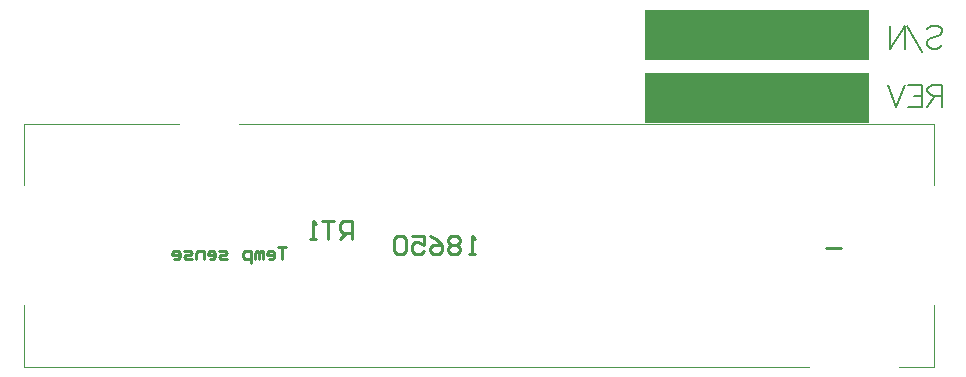
<source format=gbr>
%TF.GenerationSoftware,Altium Limited,Altium Designer,20.0.13 (296)*%
G04 Layer_Color=32896*
%FSLAX45Y45*%
%MOMM*%
%TF.FileFunction,Legend,Bot*%
%TF.Part,Single*%
G01*
G75*
%TA.AperFunction,NonConductor*%
%ADD87C,0.10000*%
%ADD88C,0.25400*%
%ADD89C,0.20320*%
%ADD90R,19.05000X4.34972*%
%ADD91R,19.05000X4.30000*%
D87*
X3050500Y4167500D02*
X9697000D01*
X3050500D02*
Y4692000D01*
Y5708000D02*
Y6232500D01*
X4363000D01*
X10459000Y4167500D02*
X10755500D01*
Y4692000D01*
Y5708000D02*
Y6232500D01*
X4871000D02*
X10755500D01*
D88*
X5274600Y5188690D02*
X5207955D01*
X5241278D01*
Y5088723D01*
X5124648D02*
X5157971D01*
X5174632Y5105384D01*
Y5138707D01*
X5157971Y5155368D01*
X5124648D01*
X5107987Y5138707D01*
Y5122045D01*
X5174632D01*
X5074664Y5088723D02*
Y5155368D01*
X5058003D01*
X5041342Y5138707D01*
Y5088723D01*
Y5138707D01*
X5024681Y5155368D01*
X5008019Y5138707D01*
Y5088723D01*
X4974697Y5055400D02*
Y5155368D01*
X4924713D01*
X4908052Y5138707D01*
Y5105384D01*
X4924713Y5088723D01*
X4974697D01*
X4774761D02*
X4724777D01*
X4708116Y5105384D01*
X4724777Y5122045D01*
X4758100D01*
X4774761Y5138707D01*
X4758100Y5155368D01*
X4708116D01*
X4624809Y5088723D02*
X4658132D01*
X4674793Y5105384D01*
Y5138707D01*
X4658132Y5155368D01*
X4624809D01*
X4608148Y5138707D01*
Y5122045D01*
X4674793D01*
X4574825Y5088723D02*
Y5155368D01*
X4524842D01*
X4508180Y5138707D01*
Y5088723D01*
X4474858D02*
X4424874D01*
X4408213Y5105384D01*
X4424874Y5122045D01*
X4458196D01*
X4474858Y5138707D01*
X4458196Y5155368D01*
X4408213D01*
X4324906Y5088723D02*
X4358229D01*
X4374890Y5105384D01*
Y5138707D01*
X4358229Y5155368D01*
X4324906D01*
X4308245Y5138707D01*
Y5122045D01*
X4374890D01*
X9974600Y5174600D02*
X9841310D01*
X6874600Y5125400D02*
X6823816D01*
X6849208D01*
Y5277751D01*
X6874600Y5252359D01*
X6747641D02*
X6722249Y5277751D01*
X6671466D01*
X6646074Y5252359D01*
Y5226967D01*
X6671466Y5201575D01*
X6646074Y5176183D01*
Y5150792D01*
X6671466Y5125400D01*
X6722249D01*
X6747641Y5150792D01*
Y5176183D01*
X6722249Y5201575D01*
X6747641Y5226967D01*
Y5252359D01*
X6722249Y5201575D02*
X6671466D01*
X6493723Y5277751D02*
X6544507Y5252359D01*
X6595290Y5201575D01*
Y5150792D01*
X6569898Y5125400D01*
X6519115D01*
X6493723Y5150792D01*
Y5176183D01*
X6519115Y5201575D01*
X6595290D01*
X6341372Y5277751D02*
X6442940D01*
Y5201575D01*
X6392156Y5226967D01*
X6366764D01*
X6341372Y5201575D01*
Y5150792D01*
X6366764Y5125400D01*
X6417548D01*
X6442940Y5150792D01*
X6290589Y5252359D02*
X6265197Y5277751D01*
X6214414D01*
X6189022Y5252359D01*
Y5150792D01*
X6214414Y5125400D01*
X6265197D01*
X6290589Y5150792D01*
Y5252359D01*
X5830800Y5252720D02*
Y5405071D01*
X5754625D01*
X5729233Y5379679D01*
Y5328895D01*
X5754625Y5303503D01*
X5830800D01*
X5780016D02*
X5729233Y5252720D01*
X5678449Y5405071D02*
X5576882D01*
X5627666D01*
Y5252720D01*
X5526098D02*
X5475315D01*
X5500707D01*
Y5405071D01*
X5526098Y5379679D01*
D89*
X10830000Y6560459D02*
Y6370000D01*
Y6560459D02*
X10748374D01*
X10721166Y6551390D01*
X10712097Y6542320D01*
X10703027Y6524181D01*
Y6506042D01*
X10712097Y6487903D01*
X10721166Y6478834D01*
X10748374Y6469764D01*
X10830000D01*
X10766514D02*
X10703027Y6370000D01*
X10542497Y6560459D02*
X10660401D01*
Y6370000D01*
X10542497D01*
X10660401Y6469764D02*
X10587845D01*
X10510754Y6560459D02*
X10438198Y6370000D01*
X10365642Y6560459D02*
X10438198Y6370000D01*
X10699027Y7030901D02*
X10717166Y7049040D01*
X10744374Y7058109D01*
X10780653D01*
X10807861Y7049040D01*
X10826000Y7030901D01*
Y7012762D01*
X10816930Y6994623D01*
X10807861Y6985553D01*
X10789722Y6976484D01*
X10735305Y6958345D01*
X10717166Y6949275D01*
X10708097Y6940206D01*
X10699027Y6922067D01*
Y6894858D01*
X10717166Y6876720D01*
X10744374Y6867650D01*
X10780653D01*
X10807861Y6876720D01*
X10826000Y6894858D01*
X10656401Y6840441D02*
X10529428Y7058109D01*
X10516731D02*
Y6867650D01*
Y7058109D02*
X10389758Y6867650D01*
Y7058109D02*
Y6867650D01*
D90*
X9263265Y6452514D02*
D03*
D91*
X9259265Y6985000D02*
D03*
%TF.MD5,bb13e3ffdaa1eff5f5050b9b0c0c6d48*%
M02*

</source>
